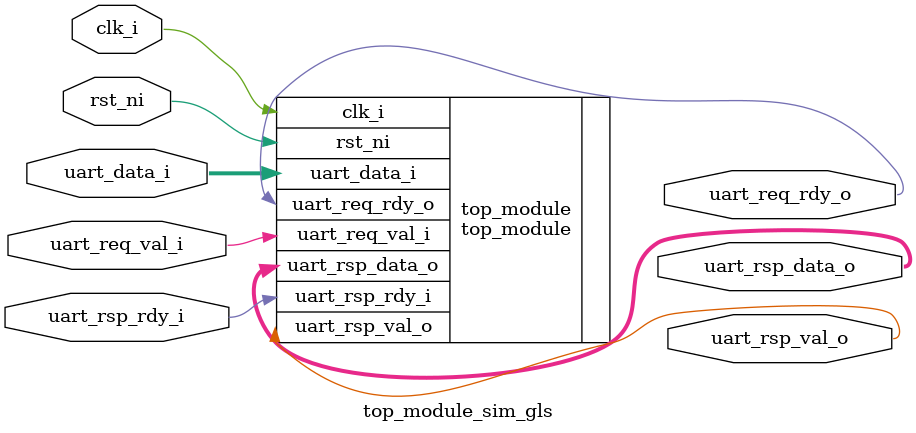
<source format=sv>

module top_module_sim_gls#(
    parameter UART_DATA_WIDTH = 8
    ) (
    input   logic clk_i,
    input   logic rst_ni,
    input   logic uart_req_val_i,
    input   logic [UART_DATA_WIDTH-1: 0] uart_data_i,
    output  logic uart_req_rdy_o,

    input   logic uart_rsp_rdy_i,
    output  logic [UART_DATA_WIDTH-1: 0] uart_rsp_data_o,
    output  logic uart_rsp_val_o
);

top_module #(
    .UART_DATA_WIDTH(UART_DATA_WIDTH)
) top_module (
		.clk_i(clk_i),
		.rst_ni(rst_ni),
		.uart_req_val_i(uart_req_val_i),
		.uart_data_i(uart_data_i),
		.uart_req_rdy_o(uart_req_rdy_o),

		.uart_rsp_rdy_i(uart_rsp_rdy_i),
		.uart_rsp_data_o(uart_rsp_data_o),
		.uart_rsp_val_o(uart_rsp_val_o),
    );

endmodule

</source>
